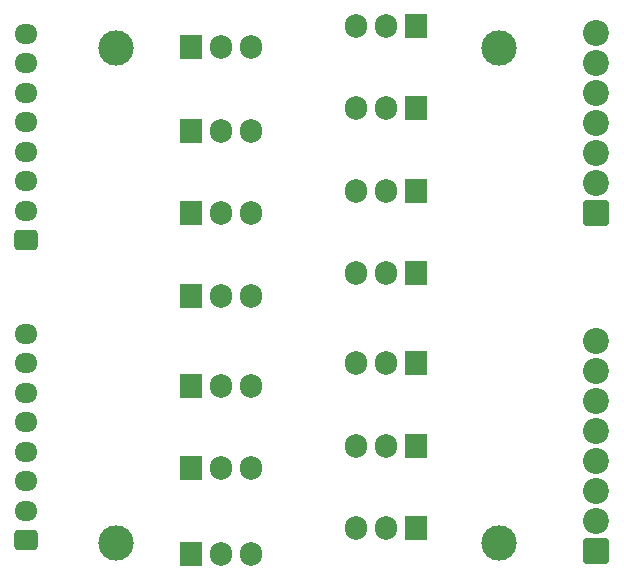
<source format=gts>
%TF.GenerationSoftware,KiCad,Pcbnew,9.0.1*%
%TF.CreationDate,2025-05-07T23:59:22-03:00*%
%TF.ProjectId,Display,44697370-6c61-4792-9e6b-696361645f70,rev?*%
%TF.SameCoordinates,Original*%
%TF.FileFunction,Soldermask,Top*%
%TF.FilePolarity,Negative*%
%FSLAX46Y46*%
G04 Gerber Fmt 4.6, Leading zero omitted, Abs format (unit mm)*
G04 Created by KiCad (PCBNEW 9.0.1) date 2025-05-07 23:59:22*
%MOMM*%
%LPD*%
G01*
G04 APERTURE LIST*
G04 Aperture macros list*
%AMRoundRect*
0 Rectangle with rounded corners*
0 $1 Rounding radius*
0 $2 $3 $4 $5 $6 $7 $8 $9 X,Y pos of 4 corners*
0 Add a 4 corners polygon primitive as box body*
4,1,4,$2,$3,$4,$5,$6,$7,$8,$9,$2,$3,0*
0 Add four circle primitives for the rounded corners*
1,1,$1+$1,$2,$3*
1,1,$1+$1,$4,$5*
1,1,$1+$1,$6,$7*
1,1,$1+$1,$8,$9*
0 Add four rect primitives between the rounded corners*
20,1,$1+$1,$2,$3,$4,$5,0*
20,1,$1+$1,$4,$5,$6,$7,0*
20,1,$1+$1,$6,$7,$8,$9,0*
20,1,$1+$1,$8,$9,$2,$3,0*%
G04 Aperture macros list end*
%ADD10R,1.905000X2.000000*%
%ADD11O,1.905000X2.000000*%
%ADD12C,3.000000*%
%ADD13RoundRect,0.250000X0.725000X-0.600000X0.725000X0.600000X-0.725000X0.600000X-0.725000X-0.600000X0*%
%ADD14O,1.950000X1.700000*%
%ADD15RoundRect,0.249999X0.850001X-0.850001X0.850001X0.850001X-0.850001X0.850001X-0.850001X-0.850001X0*%
%ADD16C,2.200000*%
G04 APERTURE END LIST*
D10*
%TO.C,Q7*%
X46990000Y-53340000D03*
D11*
X49530000Y-53340000D03*
X52070000Y-53340000D03*
%TD*%
D10*
%TO.C,Q10*%
X46990000Y-67945000D03*
D11*
X49530000Y-67945000D03*
X52070000Y-67945000D03*
%TD*%
D12*
%TO.C,H4*%
X40640000Y-74295000D03*
%TD*%
%TO.C,H2*%
X73025000Y-74295000D03*
%TD*%
D10*
%TO.C,Q8*%
X66040000Y-44450000D03*
D11*
X63500000Y-44450000D03*
X60960000Y-44450000D03*
%TD*%
D12*
%TO.C,H1*%
X73025000Y-32385000D03*
%TD*%
D10*
%TO.C,Q12*%
X46990000Y-60960000D03*
D11*
X49530000Y-60960000D03*
X52070000Y-60960000D03*
%TD*%
D10*
%TO.C,Q2*%
X46990000Y-46355000D03*
D11*
X49530000Y-46355000D03*
X52070000Y-46355000D03*
%TD*%
D13*
%TO.C,J5*%
X33020000Y-74055000D03*
D14*
X33020000Y-71555000D03*
X33020000Y-69055000D03*
X33020000Y-66555000D03*
X33020000Y-64055000D03*
X33020000Y-61555000D03*
X33020000Y-59055000D03*
X33020000Y-56555000D03*
%TD*%
D10*
%TO.C,Q9*%
X66040000Y-66040000D03*
D11*
X63500000Y-66040000D03*
X60960000Y-66040000D03*
%TD*%
D15*
%TO.C,J6*%
X81280000Y-74930000D03*
D16*
X81280000Y-72390000D03*
X81280000Y-69850000D03*
X81280000Y-67310000D03*
X81280000Y-64770000D03*
X81280000Y-62230000D03*
X81280000Y-59690000D03*
X81280000Y-57150000D03*
%TD*%
D10*
%TO.C,Q4*%
X46990000Y-39370000D03*
D11*
X49530000Y-39370000D03*
X52070000Y-39370000D03*
%TD*%
D10*
%TO.C,Q3*%
X66040000Y-37465000D03*
D11*
X63500000Y-37465000D03*
X60960000Y-37465000D03*
%TD*%
D10*
%TO.C,Q11*%
X66040000Y-59055000D03*
D11*
X63500000Y-59055000D03*
X60960000Y-59055000D03*
%TD*%
D10*
%TO.C,Q6*%
X46990000Y-32290236D03*
D11*
X49530000Y-32290236D03*
X52070000Y-32290236D03*
%TD*%
D15*
%TO.C,J1*%
X81280000Y-46355000D03*
D16*
X81280000Y-43815000D03*
X81280000Y-41275000D03*
X81280000Y-38735000D03*
X81280000Y-36195000D03*
X81280000Y-33655000D03*
X81280000Y-31115000D03*
%TD*%
D12*
%TO.C,H3*%
X40640000Y-32385000D03*
%TD*%
D10*
%TO.C,Q5*%
X66040000Y-30480000D03*
D11*
X63500000Y-30480000D03*
X60960000Y-30480000D03*
%TD*%
D10*
%TO.C,Q15*%
X46990000Y-75240000D03*
D11*
X49530000Y-75240000D03*
X52070000Y-75240000D03*
%TD*%
D10*
%TO.C,Q13*%
X66040000Y-51435000D03*
D11*
X63500000Y-51435000D03*
X60960000Y-51435000D03*
%TD*%
D13*
%TO.C,J4*%
X33020000Y-48655000D03*
D14*
X33020000Y-46155000D03*
X33020000Y-43655000D03*
X33020000Y-41155000D03*
X33020000Y-38655000D03*
X33020000Y-36155000D03*
X33020000Y-33655000D03*
X33020000Y-31155000D03*
%TD*%
D10*
%TO.C,Q14*%
X66040000Y-73025000D03*
D11*
X63500000Y-73025000D03*
X60960000Y-73025000D03*
%TD*%
M02*

</source>
